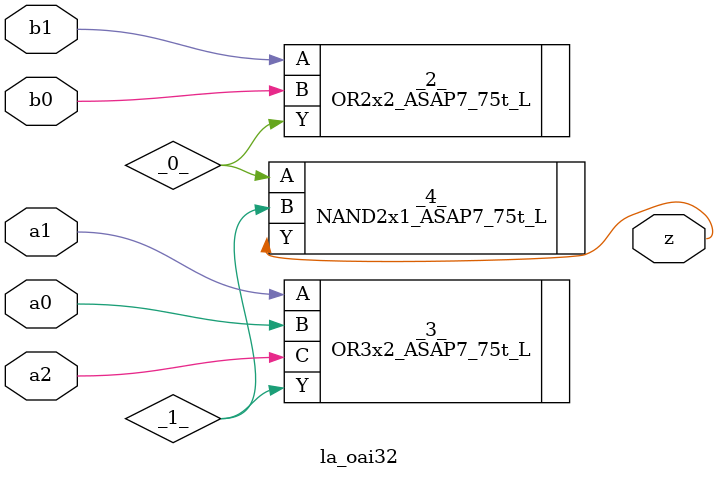
<source format=v>

/* Generated by Yosys 0.37 (git sha1 a5c7f69ed, clang 14.0.0-1ubuntu1.1 -fPIC -Os) */

module la_oai32(a0, a1, a2, b0, b1, z);
  wire _0_;
  wire _1_;
  input a0;
  wire a0;
  input a1;
  wire a1;
  input a2;
  wire a2;
  input b0;
  wire b0;
  input b1;
  wire b1;
  output z;
  wire z;
  OR2x2_ASAP7_75t_L _2_ (
    .A(b1),
    .B(b0),
    .Y(_0_)
  );
  OR3x2_ASAP7_75t_L _3_ (
    .A(a1),
    .B(a0),
    .C(a2),
    .Y(_1_)
  );
  NAND2x1_ASAP7_75t_L _4_ (
    .A(_0_),
    .B(_1_),
    .Y(z)
  );
endmodule

</source>
